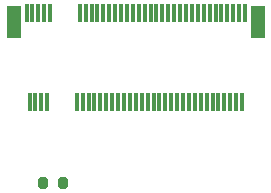
<source format=gbp>
%TF.GenerationSoftware,KiCad,Pcbnew,9.0.2*%
%TF.CreationDate,2025-06-23T16:33:29+08:00*%
%TF.ProjectId,SDEX2M2 MicroSD Express to M.2 NVMe Adapter for Switch 2 WIP,53444558-324d-4322-904d-6963726f5344,rev?*%
%TF.SameCoordinates,Original*%
%TF.FileFunction,Paste,Bot*%
%TF.FilePolarity,Positive*%
%FSLAX46Y46*%
G04 Gerber Fmt 4.6, Leading zero omitted, Abs format (unit mm)*
G04 Created by KiCad (PCBNEW 9.0.2) date 2025-06-23 16:33:29*
%MOMM*%
%LPD*%
G01*
G04 APERTURE LIST*
G04 Aperture macros list*
%AMRoundRect*
0 Rectangle with rounded corners*
0 $1 Rounding radius*
0 $2 $3 $4 $5 $6 $7 $8 $9 X,Y pos of 4 corners*
0 Add a 4 corners polygon primitive as box body*
4,1,4,$2,$3,$4,$5,$6,$7,$8,$9,$2,$3,0*
0 Add four circle primitives for the rounded corners*
1,1,$1+$1,$2,$3*
1,1,$1+$1,$4,$5*
1,1,$1+$1,$6,$7*
1,1,$1+$1,$8,$9*
0 Add four rect primitives between the rounded corners*
20,1,$1+$1,$2,$3,$4,$5,0*
20,1,$1+$1,$4,$5,$6,$7,0*
20,1,$1+$1,$6,$7,$8,$9,0*
20,1,$1+$1,$8,$9,$2,$3,0*%
G04 Aperture macros list end*
%ADD10RoundRect,0.200000X0.200000X0.275000X-0.200000X0.275000X-0.200000X-0.275000X0.200000X-0.275000X0*%
%ADD11R,0.300000X1.550000*%
%ADD12R,1.200000X2.750000*%
G04 APERTURE END LIST*
D10*
%TO.C,R1*%
X134825000Y-153400000D03*
X133175000Y-153400000D03*
%TD*%
D11*
%TO.C,J4*%
X150250000Y-139050000D03*
X150000000Y-146600000D03*
X149750000Y-139050000D03*
X149500000Y-146600000D03*
X149250000Y-139050000D03*
X149000000Y-146600000D03*
X148750000Y-139050000D03*
X148500000Y-146600000D03*
X148250000Y-139050000D03*
X148000000Y-146600000D03*
X147750000Y-139050000D03*
X147500000Y-146600000D03*
X147250000Y-139050000D03*
X147000000Y-146600000D03*
X146750000Y-139050000D03*
X146500000Y-146600000D03*
X146250000Y-139050000D03*
X146000000Y-146600000D03*
X145750000Y-139050000D03*
X145500000Y-146600000D03*
X145250000Y-139050000D03*
X145000000Y-146600000D03*
X144750000Y-139050000D03*
X144500000Y-146600000D03*
X144250000Y-139050000D03*
X144000000Y-146600000D03*
X143750000Y-139050000D03*
X143500000Y-146600000D03*
X143250000Y-139050000D03*
X143000000Y-146600000D03*
X142750000Y-139050000D03*
X142500000Y-146600000D03*
X142250000Y-139050000D03*
X142000000Y-146600000D03*
X141750000Y-139050000D03*
X141500000Y-146600000D03*
X141250000Y-139050000D03*
X141000000Y-146600000D03*
X140750000Y-139050000D03*
X140500000Y-146600000D03*
X140250000Y-139050000D03*
X140000000Y-146600000D03*
X139750000Y-139050000D03*
X139500000Y-146600000D03*
X139250000Y-139050000D03*
X139000000Y-146600000D03*
X138750000Y-139050000D03*
X138500000Y-146600000D03*
X138250000Y-139050000D03*
X138000000Y-146600000D03*
X137750000Y-139050000D03*
X137500000Y-146600000D03*
X137250000Y-139050000D03*
X137000000Y-146600000D03*
X136750000Y-139050000D03*
X136500000Y-146600000D03*
X136250000Y-139050000D03*
X136000000Y-146600000D03*
X133750000Y-139050000D03*
X133500000Y-146600000D03*
X133250000Y-139050000D03*
X133000000Y-146600000D03*
X132750000Y-139050000D03*
X132500000Y-146600000D03*
X132250000Y-139050000D03*
X132000000Y-146600000D03*
X131750000Y-139050000D03*
D12*
X151350000Y-139825000D03*
X130650000Y-139825000D03*
%TD*%
M02*

</source>
